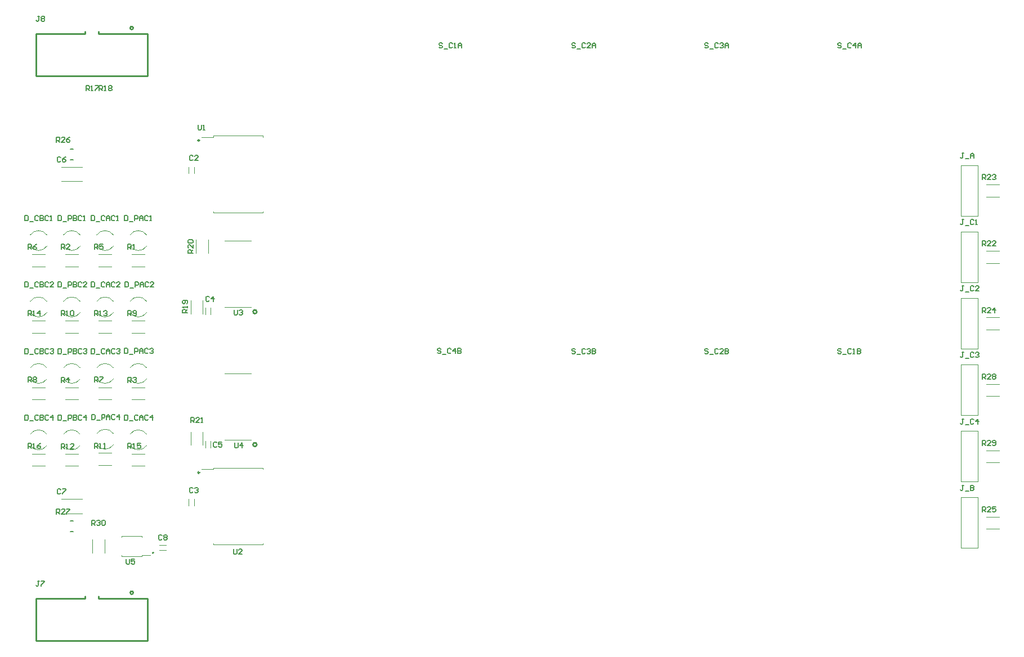
<source format=gto>
G04 Layer_Color=65535*
%FSAX24Y24*%
%MOIN*%
G70*
G01*
G75*
%ADD20C,0.0100*%
%ADD29C,0.0079*%
%ADD30C,0.0098*%
%ADD31C,0.0047*%
%ADD32C,0.0047*%
%ADD33C,0.0039*%
%ADD34C,0.0060*%
D20*
X024734Y023341D02*
G03*
X024734Y023341I-000112J000000D01*
G01*
Y031215D02*
G03*
X024734Y031215I-000112J000000D01*
G01*
X017411Y048032D02*
G03*
X017411Y048032I-000088J000000D01*
G01*
Y014567D02*
G03*
X017411Y014567I-000088J000000D01*
G01*
X011654Y047677D02*
X011693D01*
X011654Y045197D02*
Y047677D01*
Y045197D02*
X018268D01*
Y047677D01*
X015354D02*
X018268D01*
X011693D02*
X014094D01*
X014567D01*
Y047835D01*
X015354Y047677D02*
Y047835D01*
X011654Y014213D02*
X011693D01*
X011654Y011732D02*
Y014213D01*
Y011732D02*
X018268D01*
Y014213D01*
X015354D02*
X018268D01*
X011693D02*
X014094D01*
X014567D01*
Y014370D01*
X015354Y014213D02*
Y014370D01*
D29*
X018624Y016929D02*
G03*
X018624Y016929I-000039J000000D01*
G01*
X013701Y018819D02*
X013858D01*
X013701Y018189D02*
X013858D01*
X013701Y040866D02*
X013858D01*
X013701Y040236D02*
X013858D01*
D30*
X021339Y021685D02*
G03*
X021339Y021685I-000049J000000D01*
G01*
Y041370D02*
G03*
X021339Y041370I-000049J000000D01*
G01*
D31*
X013289Y023291D02*
G03*
X014270Y023291I000491J000331D01*
G01*
Y023953D02*
G03*
X013289Y023953I-000491J-000331D01*
G01*
Y027228D02*
G03*
X014270Y027228I000491J000331D01*
G01*
Y027890D02*
G03*
X013289Y027890I-000491J-000331D01*
G01*
Y031165D02*
G03*
X014270Y031165I000491J000331D01*
G01*
Y031827D02*
G03*
X013289Y031827I-000491J-000331D01*
G01*
Y035102D02*
G03*
X014270Y035102I000491J000331D01*
G01*
Y035764D02*
G03*
X013289Y035764I-000491J-000331D01*
G01*
X015257Y023330D02*
G03*
X016239Y023330I000491J000331D01*
G01*
Y023992D02*
G03*
X015257Y023992I-000491J-000331D01*
G01*
X017226Y027228D02*
G03*
X018207Y027228I000491J000331D01*
G01*
Y027890D02*
G03*
X017226Y027890I-000491J-000331D01*
G01*
Y035102D02*
G03*
X018207Y035102I000491J000331D01*
G01*
Y035764D02*
G03*
X017226Y035764I-000491J-000331D01*
G01*
X011320Y023291D02*
G03*
X012302Y023291I000491J000331D01*
G01*
Y023953D02*
G03*
X011320Y023953I-000491J-000331D01*
G01*
Y027228D02*
G03*
X012302Y027228I000491J000331D01*
G01*
Y027890D02*
G03*
X011320Y027890I-000491J-000331D01*
G01*
Y031165D02*
G03*
X012302Y031165I000491J000331D01*
G01*
Y031827D02*
G03*
X011320Y031827I-000491J-000331D01*
G01*
Y035102D02*
G03*
X012302Y035102I000491J000331D01*
G01*
Y035764D02*
G03*
X011320Y035764I-000491J-000331D01*
G01*
X017226Y023291D02*
G03*
X018207Y023291I000491J000331D01*
G01*
Y023953D02*
G03*
X017226Y023953I-000491J-000331D01*
G01*
X015257Y027228D02*
G03*
X016239Y027228I000491J000331D01*
G01*
Y027890D02*
G03*
X015257Y027890I-000491J-000331D01*
G01*
Y035102D02*
G03*
X016239Y035102I000491J000331D01*
G01*
Y035764D02*
G03*
X015257Y035764I-000491J-000331D01*
G01*
Y031165D02*
G03*
X016239Y031165I000491J000331D01*
G01*
Y031827D02*
G03*
X015257Y031827I-000491J-000331D01*
G01*
X017226Y031165D02*
G03*
X018207Y031165I000491J000331D01*
G01*
Y031827D02*
G03*
X017226Y031827I-000491J-000331D01*
G01*
X067429Y021154D02*
Y024154D01*
X066429D02*
X067429D01*
X066429Y021154D02*
Y024154D01*
Y021154D02*
X067429D01*
Y025091D02*
Y028091D01*
X066429D02*
X067429D01*
X066429Y025091D02*
Y028091D01*
Y025091D02*
X067429D01*
Y029028D02*
Y032028D01*
X066429D02*
X067429D01*
X066429Y029028D02*
Y032028D01*
Y029028D02*
X067429D01*
Y032965D02*
Y035965D01*
X066429D02*
X067429D01*
X066429Y032965D02*
Y035965D01*
Y032965D02*
X067429D01*
Y017217D02*
Y020217D01*
X066429D02*
X067429D01*
X066429Y017217D02*
Y020217D01*
Y017217D02*
X067429D01*
Y036902D02*
Y039902D01*
X066429D02*
X067429D01*
X066429Y036902D02*
Y039902D01*
Y036902D02*
X067429D01*
D32*
X017925Y016803D02*
X018435D01*
X017925Y016720D02*
Y016803D01*
X016720Y016720D02*
X017925D01*
X016720D02*
Y016803D01*
X017925Y017843D02*
Y017925D01*
X016720D02*
X017925D01*
X016720Y017843D02*
Y017925D01*
X022835Y027559D02*
X024409D01*
X022835Y023622D02*
X024409D01*
X022835Y035433D02*
X024409D01*
X022835Y031496D02*
X024409D01*
X022146Y017409D02*
Y017484D01*
Y017409D02*
X025098D01*
Y017484D01*
X022146Y021886D02*
Y021961D01*
X025098D01*
Y021886D02*
Y021961D01*
X021459Y021886D02*
X022146D01*
X021541Y031102D02*
Y031890D01*
X020821Y031102D02*
Y031890D01*
X021136Y034685D02*
Y035472D01*
X021856Y034685D02*
Y035472D01*
X022146Y037094D02*
Y037169D01*
Y037094D02*
X025098D01*
Y037169D01*
X022146Y041571D02*
Y041646D01*
X025098D01*
Y041571D02*
Y041646D01*
X021459Y041571D02*
X022146D01*
X015715Y016929D02*
Y017717D01*
X014994Y016929D02*
Y017717D01*
X067913Y022278D02*
X068701D01*
X067913Y022998D02*
X068701D01*
X067913Y026215D02*
X068701D01*
X067913Y026935D02*
X068701D01*
X067913Y018341D02*
X068701D01*
X067913Y019061D02*
X068701D01*
X067913Y030152D02*
X068701D01*
X067913Y030872D02*
X068701D01*
X067913Y038026D02*
X068701D01*
X067913Y038746D02*
X068701D01*
X067913Y034089D02*
X068701D01*
X067913Y034809D02*
X068701D01*
X021541Y023307D02*
Y024094D01*
X020821Y023307D02*
Y024094D01*
X011417Y022081D02*
X012205D01*
X011417Y022801D02*
X012205D01*
X017323Y022081D02*
X018110D01*
X017323Y022801D02*
X018110D01*
X011417Y029955D02*
X012205D01*
X011417Y030675D02*
X012205D01*
X015354Y029955D02*
X016142D01*
X015354Y030675D02*
X016142D01*
X013386Y022081D02*
X014173D01*
X013386Y022801D02*
X014173D01*
X015354Y022120D02*
X016142D01*
X015354Y022841D02*
X016142D01*
X013386Y029955D02*
X014173D01*
X013386Y030675D02*
X014173D01*
X017323Y029955D02*
X018110D01*
X017323Y030675D02*
X018110D01*
X011417Y026018D02*
X012205D01*
X011417Y026738D02*
X012205D01*
X015354Y026018D02*
X016142D01*
X015354Y026738D02*
X016142D01*
X011417Y033892D02*
X012205D01*
X011417Y034612D02*
X012205D01*
X015354Y033892D02*
X016142D01*
X015354Y034612D02*
X016142D01*
X013386Y026018D02*
X014173D01*
X013386Y026738D02*
X014173D01*
X017323Y026018D02*
X018110D01*
X017323Y026738D02*
X018110D01*
X013386Y033892D02*
X014173D01*
X013386Y034612D02*
X014173D01*
X017323Y033892D02*
X018110D01*
X017323Y034612D02*
X018110D01*
X013150Y019256D02*
X014409D01*
X013150Y020114D02*
X014409D01*
X013150Y038941D02*
X014409D01*
X013150Y039799D02*
X014409D01*
D33*
X021693Y023150D02*
Y023543D01*
X022008Y023150D02*
Y023543D01*
X018976Y017087D02*
X019370D01*
X018976Y017402D02*
X019370D01*
X021693Y031063D02*
Y031457D01*
X022008Y031063D02*
Y031457D01*
X021024Y019724D02*
Y020118D01*
X020709Y019724D02*
Y020118D01*
X021024Y039409D02*
Y039803D01*
X020709Y039409D02*
Y039803D01*
D34*
X017008Y016560D02*
Y016310D01*
X017058Y016260D01*
X017158D01*
X017208Y016310D01*
Y016560D01*
X017508D02*
X017308D01*
Y016410D01*
X017408Y016460D01*
X017458D01*
X017508Y016410D01*
Y016310D01*
X017458Y016260D01*
X017358D01*
X017308Y016310D01*
X022365Y023439D02*
X022315Y023489D01*
X022215D01*
X022165Y023439D01*
Y023239D01*
X022215Y023189D01*
X022315D01*
X022365Y023239D01*
X022665Y023489D02*
X022465D01*
Y023339D01*
X022565Y023389D01*
X022615D01*
X022665Y023339D01*
Y023239D01*
X022615Y023189D01*
X022515D01*
X022465Y023239D01*
X023425Y023450D02*
Y023200D01*
X023475Y023150D01*
X023575D01*
X023625Y023200D01*
Y023450D01*
X023875Y023150D02*
Y023450D01*
X023725Y023300D01*
X023925D01*
X023386Y031324D02*
Y031074D01*
X023436Y031024D01*
X023536D01*
X023586Y031074D01*
Y031324D01*
X023686Y031274D02*
X023736Y031324D01*
X023836D01*
X023886Y031274D01*
Y031224D01*
X023836Y031174D01*
X023786D01*
X023836D01*
X023886Y031124D01*
Y031074D01*
X023836Y031024D01*
X023736D01*
X023686Y031074D01*
X023346Y017150D02*
Y016900D01*
X023396Y016850D01*
X023496D01*
X023546Y016900D01*
Y017150D01*
X023846Y016850D02*
X023646D01*
X023846Y017050D01*
Y017100D01*
X023796Y017150D01*
X023696D01*
X023646Y017100D01*
X020630Y031142D02*
X020330D01*
Y031292D01*
X020380Y031342D01*
X020480D01*
X020530Y031292D01*
Y031142D01*
Y031242D02*
X020630Y031342D01*
Y031442D02*
Y031542D01*
Y031492D01*
X020330D01*
X020380Y031442D01*
X020580Y031692D02*
X020630Y031742D01*
Y031842D01*
X020580Y031891D01*
X020380D01*
X020330Y031842D01*
Y031742D01*
X020380Y031692D01*
X020430D01*
X020480Y031742D01*
Y031891D01*
X020945Y034685D02*
X020645D01*
Y034835D01*
X020695Y034885D01*
X020795D01*
X020845Y034835D01*
Y034685D01*
Y034785D02*
X020945Y034885D01*
Y035185D02*
Y034985D01*
X020745Y035185D01*
X020695D01*
X020645Y035135D01*
Y035035D01*
X020695Y034985D01*
Y035285D02*
X020645Y035335D01*
Y035435D01*
X020695Y035485D01*
X020895D01*
X020945Y035435D01*
Y035335D01*
X020895Y035285D01*
X020695D01*
X021251Y042294D02*
Y042044D01*
X021301Y041994D01*
X021401D01*
X021451Y042044D01*
Y042294D01*
X021551Y041994D02*
X021651D01*
X021601D01*
Y042294D01*
X021551Y042244D01*
X035633Y028990D02*
X035583Y029040D01*
X035483D01*
X035433Y028990D01*
Y028940D01*
X035483Y028890D01*
X035583D01*
X035633Y028840D01*
Y028790D01*
X035583Y028740D01*
X035483D01*
X035433Y028790D01*
X035733Y028690D02*
X035933D01*
X036233Y028990D02*
X036183Y029040D01*
X036083D01*
X036033Y028990D01*
Y028790D01*
X036083Y028740D01*
X036183D01*
X036233Y028790D01*
X036483Y028740D02*
Y029040D01*
X036333Y028890D01*
X036533D01*
X036633Y029040D02*
Y028740D01*
X036783D01*
X036833Y028790D01*
Y028840D01*
X036783Y028890D01*
X036633D01*
X036783D01*
X036833Y028940D01*
Y028990D01*
X036783Y029040D01*
X036633D01*
X059338Y047090D02*
X059288Y047140D01*
X059188D01*
X059138Y047090D01*
Y047040D01*
X059188Y046990D01*
X059288D01*
X059338Y046940D01*
Y046890D01*
X059288Y046840D01*
X059188D01*
X059138Y046890D01*
X059438Y046790D02*
X059638D01*
X059938Y047090D02*
X059888Y047140D01*
X059788D01*
X059738Y047090D01*
Y046890D01*
X059788Y046840D01*
X059888D01*
X059938Y046890D01*
X060188Y046840D02*
Y047140D01*
X060038Y046990D01*
X060238D01*
X060338Y046840D02*
Y047040D01*
X060438Y047140D01*
X060538Y047040D01*
Y046840D01*
Y046990D01*
X060338D01*
X043587Y028984D02*
X043537Y029034D01*
X043437D01*
X043387Y028984D01*
Y028934D01*
X043437Y028884D01*
X043537D01*
X043587Y028834D01*
Y028784D01*
X043537Y028734D01*
X043437D01*
X043387Y028784D01*
X043687Y028684D02*
X043887D01*
X044187Y028984D02*
X044137Y029034D01*
X044037D01*
X043987Y028984D01*
Y028784D01*
X044037Y028734D01*
X044137D01*
X044187Y028784D01*
X044287Y028984D02*
X044337Y029034D01*
X044437D01*
X044487Y028984D01*
Y028934D01*
X044437Y028884D01*
X044387D01*
X044437D01*
X044487Y028834D01*
Y028784D01*
X044437Y028734D01*
X044337D01*
X044287Y028784D01*
X044587Y029034D02*
Y028734D01*
X044737D01*
X044787Y028784D01*
Y028834D01*
X044737Y028884D01*
X044587D01*
X044737D01*
X044787Y028934D01*
Y028984D01*
X044737Y029034D01*
X044587D01*
X051458Y047090D02*
X051408Y047140D01*
X051308D01*
X051259Y047090D01*
Y047040D01*
X051308Y046990D01*
X051408D01*
X051458Y046940D01*
Y046890D01*
X051408Y046840D01*
X051308D01*
X051259Y046890D01*
X051558Y046790D02*
X051758D01*
X052058Y047090D02*
X052008Y047140D01*
X051908D01*
X051858Y047090D01*
Y046890D01*
X051908Y046840D01*
X052008D01*
X052058Y046890D01*
X052158Y047090D02*
X052208Y047140D01*
X052308D01*
X052358Y047090D01*
Y047040D01*
X052308Y046990D01*
X052258D01*
X052308D01*
X052358Y046940D01*
Y046890D01*
X052308Y046840D01*
X052208D01*
X052158Y046890D01*
X052458Y046840D02*
Y047040D01*
X052558Y047140D01*
X052658Y047040D01*
Y046840D01*
Y046990D01*
X052458D01*
X051458Y028984D02*
X051408Y029034D01*
X051308D01*
X051259Y028984D01*
Y028934D01*
X051308Y028884D01*
X051408D01*
X051458Y028834D01*
Y028784D01*
X051408Y028734D01*
X051308D01*
X051259Y028784D01*
X051558Y028684D02*
X051758D01*
X052058Y028984D02*
X052008Y029034D01*
X051908D01*
X051858Y028984D01*
Y028784D01*
X051908Y028734D01*
X052008D01*
X052058Y028784D01*
X052358Y028734D02*
X052158D01*
X052358Y028934D01*
Y028984D01*
X052308Y029034D01*
X052208D01*
X052158Y028984D01*
X052458Y029034D02*
Y028734D01*
X052608D01*
X052658Y028784D01*
Y028834D01*
X052608Y028884D01*
X052458D01*
X052608D01*
X052658Y028934D01*
Y028984D01*
X052608Y029034D01*
X052458D01*
X043590Y047093D02*
X043540Y047143D01*
X043440D01*
X043390Y047093D01*
Y047043D01*
X043440Y046993D01*
X043540D01*
X043590Y046943D01*
Y046893D01*
X043540Y046843D01*
X043440D01*
X043390Y046893D01*
X043690Y046793D02*
X043890D01*
X044190Y047093D02*
X044140Y047143D01*
X044040D01*
X043990Y047093D01*
Y046893D01*
X044040Y046843D01*
X044140D01*
X044190Y046893D01*
X044490Y046843D02*
X044290D01*
X044490Y047043D01*
Y047093D01*
X044440Y047143D01*
X044340D01*
X044290Y047093D01*
X044590Y046843D02*
Y047043D01*
X044690Y047143D01*
X044790Y047043D01*
Y046843D01*
Y046993D01*
X044590D01*
X059331Y028984D02*
X059281Y029034D01*
X059181D01*
X059131Y028984D01*
Y028934D01*
X059181Y028884D01*
X059281D01*
X059331Y028834D01*
Y028784D01*
X059281Y028734D01*
X059181D01*
X059131Y028784D01*
X059431Y028684D02*
X059631D01*
X059931Y028984D02*
X059881Y029034D01*
X059781D01*
X059731Y028984D01*
Y028784D01*
X059781Y028734D01*
X059881D01*
X059931Y028784D01*
X060031Y028734D02*
X060131D01*
X060081D01*
Y029034D01*
X060031Y028984D01*
X060281Y029034D02*
Y028734D01*
X060431D01*
X060481Y028784D01*
Y028834D01*
X060431Y028884D01*
X060281D01*
X060431D01*
X060481Y028934D01*
Y028984D01*
X060431Y029034D01*
X060281D01*
X035714Y047090D02*
X035664Y047140D01*
X035564D01*
X035514Y047090D01*
Y047040D01*
X035564Y046990D01*
X035664D01*
X035714Y046940D01*
Y046890D01*
X035664Y046840D01*
X035564D01*
X035514Y046890D01*
X035814Y046790D02*
X036014D01*
X036313Y047090D02*
X036263Y047140D01*
X036163D01*
X036114Y047090D01*
Y046890D01*
X036163Y046840D01*
X036263D01*
X036313Y046890D01*
X036413Y046840D02*
X036513D01*
X036463D01*
Y047140D01*
X036413Y047090D01*
X036663Y046840D02*
Y047040D01*
X036763Y047140D01*
X036863Y047040D01*
Y046840D01*
Y046990D01*
X036663D01*
X014949Y018561D02*
Y018861D01*
X015099D01*
X015148Y018811D01*
Y018711D01*
X015099Y018661D01*
X014949D01*
X015049D02*
X015148Y018561D01*
X015248Y018811D02*
X015298Y018861D01*
X015398D01*
X015448Y018811D01*
Y018761D01*
X015398Y018711D01*
X015348D01*
X015398D01*
X015448Y018661D01*
Y018611D01*
X015398Y018561D01*
X015298D01*
X015248Y018611D01*
X015548Y018811D02*
X015598Y018861D01*
X015698D01*
X015748Y018811D01*
Y018611D01*
X015698Y018561D01*
X015598D01*
X015548Y018611D01*
Y018811D01*
X067683Y023301D02*
Y023601D01*
X067832D01*
X067882Y023551D01*
Y023451D01*
X067832Y023401D01*
X067683D01*
X067782D02*
X067882Y023301D01*
X068182D02*
X067982D01*
X068182Y023501D01*
Y023551D01*
X068132Y023601D01*
X068032D01*
X067982Y023551D01*
X068282Y023351D02*
X068332Y023301D01*
X068432D01*
X068482Y023351D01*
Y023551D01*
X068432Y023601D01*
X068332D01*
X068282Y023551D01*
Y023501D01*
X068332Y023451D01*
X068482D01*
X067680Y027230D02*
Y027530D01*
X067830D01*
X067880Y027480D01*
Y027380D01*
X067830Y027330D01*
X067680D01*
X067780D02*
X067880Y027230D01*
X068180D02*
X067980D01*
X068180Y027430D01*
Y027480D01*
X068130Y027530D01*
X068030D01*
X067980Y027480D01*
X068280D02*
X068330Y027530D01*
X068430D01*
X068480Y027480D01*
Y027430D01*
X068430Y027380D01*
X068480Y027330D01*
Y027280D01*
X068430Y027230D01*
X068330D01*
X068280Y027280D01*
Y027330D01*
X068330Y027380D01*
X068280Y027430D01*
Y027480D01*
X068330Y027380D02*
X068430D01*
X012870Y019230D02*
Y019530D01*
X013020D01*
X013070Y019480D01*
Y019380D01*
X013020Y019330D01*
X012870D01*
X012970D02*
X013070Y019230D01*
X013370D02*
X013170D01*
X013370Y019430D01*
Y019480D01*
X013320Y019530D01*
X013220D01*
X013170Y019480D01*
X013470Y019530D02*
X013670D01*
Y019480D01*
X013470Y019280D01*
Y019230D01*
X012870Y041271D02*
Y041571D01*
X013020D01*
X013070Y041521D01*
Y041421D01*
X013020Y041371D01*
X012870D01*
X012970D02*
X013070Y041271D01*
X013370D02*
X013170D01*
X013370Y041471D01*
Y041521D01*
X013320Y041571D01*
X013220D01*
X013170Y041521D01*
X013670Y041571D02*
X013570Y041521D01*
X013470Y041421D01*
Y041321D01*
X013520Y041271D01*
X013620D01*
X013670Y041321D01*
Y041371D01*
X013620Y041421D01*
X013470D01*
X067680Y019362D02*
Y019662D01*
X067830D01*
X067880Y019612D01*
Y019512D01*
X067830Y019462D01*
X067680D01*
X067780D02*
X067880Y019362D01*
X068180D02*
X067980D01*
X068180Y019562D01*
Y019612D01*
X068130Y019662D01*
X068030D01*
X067980Y019612D01*
X068480Y019662D02*
X068280D01*
Y019512D01*
X068380Y019562D01*
X068430D01*
X068480Y019512D01*
Y019412D01*
X068430Y019362D01*
X068330D01*
X068280Y019412D01*
X067683Y031170D02*
Y031470D01*
X067833D01*
X067883Y031420D01*
Y031320D01*
X067833Y031270D01*
X067683D01*
X067783D02*
X067883Y031170D01*
X068183D02*
X067983D01*
X068183Y031370D01*
Y031420D01*
X068133Y031470D01*
X068033D01*
X067983Y031420D01*
X068433Y031170D02*
Y031470D01*
X068283Y031320D01*
X068483D01*
X067686Y039050D02*
Y039350D01*
X067836D01*
X067886Y039300D01*
Y039200D01*
X067836Y039150D01*
X067686D01*
X067786D02*
X067886Y039050D01*
X068186D02*
X067986D01*
X068186Y039250D01*
Y039300D01*
X068136Y039350D01*
X068036D01*
X067986Y039300D01*
X068286D02*
X068336Y039350D01*
X068436D01*
X068486Y039300D01*
Y039250D01*
X068436Y039200D01*
X068386D01*
X068436D01*
X068486Y039150D01*
Y039100D01*
X068436Y039050D01*
X068336D01*
X068286Y039100D01*
X067683Y035110D02*
Y035410D01*
X067833D01*
X067883Y035360D01*
Y035260D01*
X067833Y035210D01*
X067683D01*
X067783D02*
X067883Y035110D01*
X068183D02*
X067983D01*
X068183Y035310D01*
Y035360D01*
X068133Y035410D01*
X068033D01*
X067983Y035360D01*
X068483Y035110D02*
X068283D01*
X068483Y035310D01*
Y035360D01*
X068433Y035410D01*
X068333D01*
X068283Y035360D01*
X020842Y024645D02*
Y024945D01*
X020992D01*
X021042Y024895D01*
Y024795D01*
X020992Y024745D01*
X020842D01*
X020942D02*
X021042Y024645D01*
X021342D02*
X021142D01*
X021342Y024845D01*
Y024895D01*
X021292Y024945D01*
X021192D01*
X021142Y024895D01*
X021442Y024645D02*
X021542D01*
X021492D01*
Y024945D01*
X021442Y024895D01*
X015400Y044310D02*
Y044610D01*
X015550D01*
X015600Y044560D01*
Y044460D01*
X015550Y044410D01*
X015400D01*
X015500D02*
X015600Y044310D01*
X015700D02*
X015800D01*
X015750D01*
Y044610D01*
X015700Y044560D01*
X015950D02*
X016000Y044610D01*
X016100D01*
X016150Y044560D01*
Y044510D01*
X016100Y044460D01*
X016150Y044410D01*
Y044360D01*
X016100Y044310D01*
X016000D01*
X015950Y044360D01*
Y044410D01*
X016000Y044460D01*
X015950Y044510D01*
Y044560D01*
X016000Y044460D02*
X016100D01*
X014618Y044310D02*
Y044610D01*
X014768D01*
X014818Y044560D01*
Y044460D01*
X014768Y044410D01*
X014618D01*
X014718D02*
X014818Y044310D01*
X014918D02*
X015018D01*
X014968D01*
Y044610D01*
X014918Y044560D01*
X015168Y044610D02*
X015368D01*
Y044560D01*
X015168Y044360D01*
Y044310D01*
X011190Y023105D02*
Y023405D01*
X011340D01*
X011390Y023355D01*
Y023255D01*
X011340Y023205D01*
X011190D01*
X011290D02*
X011390Y023105D01*
X011490D02*
X011590D01*
X011540D01*
Y023405D01*
X011490Y023355D01*
X011940Y023405D02*
X011840Y023355D01*
X011740Y023255D01*
Y023155D01*
X011790Y023105D01*
X011890D01*
X011940Y023155D01*
Y023205D01*
X011890Y023255D01*
X011740D01*
X017098Y023105D02*
Y023405D01*
X017248D01*
X017298Y023355D01*
Y023255D01*
X017248Y023205D01*
X017098D01*
X017198D02*
X017298Y023105D01*
X017398D02*
X017498D01*
X017448D01*
Y023405D01*
X017398Y023355D01*
X017848Y023405D02*
X017648D01*
Y023255D01*
X017748Y023305D01*
X017798D01*
X017848Y023255D01*
Y023155D01*
X017798Y023105D01*
X017698D01*
X017648Y023155D01*
X011191Y030979D02*
Y031279D01*
X011341D01*
X011391Y031229D01*
Y031129D01*
X011341Y031079D01*
X011191D01*
X011291D02*
X011391Y030979D01*
X011491D02*
X011591D01*
X011541D01*
Y031279D01*
X011491Y031229D01*
X011891Y030979D02*
Y031279D01*
X011741Y031129D01*
X011941D01*
X015120Y030979D02*
Y031279D01*
X015270D01*
X015320Y031229D01*
Y031129D01*
X015270Y031079D01*
X015120D01*
X015220D02*
X015320Y030979D01*
X015420D02*
X015520D01*
X015470D01*
Y031279D01*
X015420Y031229D01*
X015670D02*
X015720Y031279D01*
X015820D01*
X015870Y031229D01*
Y031179D01*
X015820Y031129D01*
X015770D01*
X015820D01*
X015870Y031079D01*
Y031029D01*
X015820Y030979D01*
X015720D01*
X015670Y031029D01*
X013160Y023104D02*
Y023404D01*
X013310D01*
X013360Y023354D01*
Y023254D01*
X013310Y023204D01*
X013160D01*
X013260D02*
X013360Y023104D01*
X013460D02*
X013560D01*
X013510D01*
Y023404D01*
X013460Y023354D01*
X013910Y023104D02*
X013710D01*
X013910Y023304D01*
Y023354D01*
X013860Y023404D01*
X013760D01*
X013710Y023354D01*
X015122Y023138D02*
Y023438D01*
X015272D01*
X015322Y023388D01*
Y023288D01*
X015272Y023238D01*
X015122D01*
X015222D02*
X015322Y023138D01*
X015422D02*
X015522D01*
X015472D01*
Y023438D01*
X015422Y023388D01*
X015672Y023138D02*
X015772D01*
X015722D01*
Y023438D01*
X015672Y023388D01*
X013156Y030977D02*
Y031277D01*
X013306D01*
X013356Y031227D01*
Y031127D01*
X013306Y031077D01*
X013156D01*
X013256D02*
X013356Y030977D01*
X013456D02*
X013556D01*
X013506D01*
Y031277D01*
X013456Y031227D01*
X013706D02*
X013756Y031277D01*
X013856D01*
X013906Y031227D01*
Y031027D01*
X013856Y030977D01*
X013756D01*
X013706Y031027D01*
Y031227D01*
X017095Y030979D02*
Y031279D01*
X017245D01*
X017295Y031229D01*
Y031129D01*
X017245Y031079D01*
X017095D01*
X017195D02*
X017295Y030979D01*
X017395Y031029D02*
X017445Y030979D01*
X017545D01*
X017595Y031029D01*
Y031229D01*
X017545Y031279D01*
X017445D01*
X017395Y031229D01*
Y031179D01*
X017445Y031129D01*
X017595D01*
X011190Y027040D02*
Y027340D01*
X011340D01*
X011390Y027290D01*
Y027190D01*
X011340Y027140D01*
X011190D01*
X011290D02*
X011390Y027040D01*
X011490Y027290D02*
X011540Y027340D01*
X011640D01*
X011690Y027290D01*
Y027240D01*
X011640Y027190D01*
X011690Y027140D01*
Y027090D01*
X011640Y027040D01*
X011540D01*
X011490Y027090D01*
Y027140D01*
X011540Y027190D01*
X011490Y027240D01*
Y027290D01*
X011540Y027190D02*
X011640D01*
X015120Y027040D02*
Y027340D01*
X015270D01*
X015320Y027290D01*
Y027190D01*
X015270Y027140D01*
X015120D01*
X015220D02*
X015320Y027040D01*
X015420Y027340D02*
X015620D01*
Y027290D01*
X015420Y027090D01*
Y027040D01*
X011190Y034907D02*
Y035207D01*
X011340D01*
X011390Y035157D01*
Y035057D01*
X011340Y035007D01*
X011190D01*
X011290D02*
X011390Y034907D01*
X011690Y035207D02*
X011590Y035157D01*
X011490Y035057D01*
Y034957D01*
X011540Y034907D01*
X011640D01*
X011690Y034957D01*
Y035007D01*
X011640Y035057D01*
X011490D01*
X015120Y034914D02*
Y035214D01*
X015270D01*
X015320Y035164D01*
Y035064D01*
X015270Y035014D01*
X015120D01*
X015220D02*
X015320Y034914D01*
X015620Y035214D02*
X015420D01*
Y035064D01*
X015520Y035114D01*
X015570D01*
X015620Y035064D01*
Y034964D01*
X015570Y034914D01*
X015470D01*
X015420Y034964D01*
X013154Y027035D02*
Y027335D01*
X013304D01*
X013354Y027285D01*
Y027185D01*
X013304Y027135D01*
X013154D01*
X013254D02*
X013354Y027035D01*
X013604D02*
Y027335D01*
X013454Y027185D01*
X013654D01*
X017094Y027034D02*
Y027334D01*
X017244D01*
X017294Y027284D01*
Y027184D01*
X017244Y027134D01*
X017094D01*
X017194D02*
X017294Y027034D01*
X017394Y027284D02*
X017444Y027334D01*
X017544D01*
X017594Y027284D01*
Y027234D01*
X017544Y027184D01*
X017494D01*
X017544D01*
X017594Y027134D01*
Y027084D01*
X017544Y027034D01*
X017444D01*
X017394Y027084D01*
X013154Y034910D02*
Y035210D01*
X013304D01*
X013354Y035160D01*
Y035060D01*
X013304Y035010D01*
X013154D01*
X013254D02*
X013354Y034910D01*
X013654D02*
X013454D01*
X013654Y035110D01*
Y035160D01*
X013604Y035210D01*
X013504D01*
X013454Y035160D01*
X017096Y034912D02*
Y035212D01*
X017246D01*
X017296Y035162D01*
Y035062D01*
X017246Y035012D01*
X017096D01*
X017196D02*
X017296Y034912D01*
X017395D02*
X017495D01*
X017445D01*
Y035212D01*
X017395Y035162D01*
X066577Y024869D02*
X066477D01*
X066527D01*
Y024619D01*
X066477Y024569D01*
X066427D01*
X066377Y024619D01*
X066677Y024519D02*
X066877D01*
X067177Y024819D02*
X067127Y024869D01*
X067027D01*
X066977Y024819D01*
Y024619D01*
X067027Y024569D01*
X067127D01*
X067177Y024619D01*
X067427Y024569D02*
Y024869D01*
X067277Y024719D01*
X067477D01*
X066577Y028815D02*
X066477D01*
X066527D01*
Y028565D01*
X066477Y028515D01*
X066427D01*
X066377Y028565D01*
X066677Y028465D02*
X066877D01*
X067177Y028765D02*
X067127Y028815D01*
X067027D01*
X066977Y028765D01*
Y028565D01*
X067027Y028515D01*
X067127D01*
X067177Y028565D01*
X067277Y028765D02*
X067327Y028815D01*
X067427D01*
X067477Y028765D01*
Y028715D01*
X067427Y028665D01*
X067377D01*
X067427D01*
X067477Y028615D01*
Y028565D01*
X067427Y028515D01*
X067327D01*
X067277Y028565D01*
X066580Y032751D02*
X066480D01*
X066530D01*
Y032501D01*
X066480Y032452D01*
X066430D01*
X066380Y032501D01*
X066680Y032402D02*
X066880D01*
X067180Y032701D02*
X067130Y032751D01*
X067030D01*
X066980Y032701D01*
Y032501D01*
X067030Y032452D01*
X067130D01*
X067180Y032501D01*
X067480Y032452D02*
X067280D01*
X067480Y032651D01*
Y032701D01*
X067430Y032751D01*
X067330D01*
X067280Y032701D01*
X066584Y036685D02*
X066484D01*
X066534D01*
Y036435D01*
X066484Y036385D01*
X066434D01*
X066384Y036435D01*
X066684Y036335D02*
X066884D01*
X067183Y036635D02*
X067133Y036685D01*
X067033D01*
X066984Y036635D01*
Y036435D01*
X067033Y036385D01*
X067133D01*
X067183Y036435D01*
X067283Y036385D02*
X067383D01*
X067333D01*
Y036685D01*
X067283Y036635D01*
X066577Y020935D02*
X066477D01*
X066527D01*
Y020685D01*
X066477Y020635D01*
X066427D01*
X066377Y020685D01*
X066677Y020585D02*
X066877D01*
X066977Y020935D02*
Y020635D01*
X067127D01*
X067177Y020685D01*
Y020735D01*
X067127Y020785D01*
X066977D01*
X067127D01*
X067177Y020835D01*
Y020885D01*
X067127Y020935D01*
X066977D01*
X066580Y040621D02*
X066480D01*
X066530D01*
Y040371D01*
X066480Y040321D01*
X066430D01*
X066380Y040371D01*
X066680Y040272D02*
X066880D01*
X066980Y040321D02*
Y040521D01*
X067080Y040621D01*
X067180Y040521D01*
Y040321D01*
Y040471D01*
X066980D01*
X011861Y048733D02*
X011761D01*
X011811D01*
Y048483D01*
X011761Y048433D01*
X011711D01*
X011661Y048483D01*
X011961Y048683D02*
X012011Y048733D01*
X012111D01*
X012161Y048683D01*
Y048633D01*
X012111Y048583D01*
X012161Y048533D01*
Y048483D01*
X012111Y048433D01*
X012011D01*
X011961Y048483D01*
Y048533D01*
X012011Y048583D01*
X011961Y048633D01*
Y048683D01*
X012011Y048583D02*
X012111D01*
X011860Y015260D02*
X011760D01*
X011810D01*
Y015010D01*
X011760Y014960D01*
X011710D01*
X011660Y015010D01*
X011960Y015260D02*
X012160D01*
Y015210D01*
X011960Y015010D01*
Y014960D01*
X012975Y025096D02*
Y024796D01*
X013125D01*
X013175Y024846D01*
Y025046D01*
X013125Y025096D01*
X012975D01*
X013275Y024746D02*
X013475D01*
X013575Y024796D02*
Y025096D01*
X013725D01*
X013775Y025046D01*
Y024946D01*
X013725Y024896D01*
X013575D01*
X013875Y025096D02*
Y024796D01*
X014025D01*
X014075Y024846D01*
Y024896D01*
X014025Y024946D01*
X013875D01*
X014025D01*
X014075Y024996D01*
Y025046D01*
X014025Y025096D01*
X013875D01*
X014375Y025046D02*
X014325Y025096D01*
X014225D01*
X014175Y025046D01*
Y024846D01*
X014225Y024796D01*
X014325D01*
X014375Y024846D01*
X014625Y024796D02*
Y025096D01*
X014475Y024946D01*
X014675D01*
X012970Y029032D02*
Y028732D01*
X013120D01*
X013170Y028782D01*
Y028982D01*
X013120Y029032D01*
X012970D01*
X013270Y028682D02*
X013470D01*
X013570Y028732D02*
Y029032D01*
X013720D01*
X013770Y028982D01*
Y028882D01*
X013720Y028832D01*
X013570D01*
X013870Y029032D02*
Y028732D01*
X014019D01*
X014069Y028782D01*
Y028832D01*
X014019Y028882D01*
X013870D01*
X014019D01*
X014069Y028932D01*
Y028982D01*
X014019Y029032D01*
X013870D01*
X014369Y028982D02*
X014319Y029032D01*
X014219D01*
X014169Y028982D01*
Y028782D01*
X014219Y028732D01*
X014319D01*
X014369Y028782D01*
X014469Y028982D02*
X014519Y029032D01*
X014619D01*
X014669Y028982D01*
Y028932D01*
X014619Y028882D01*
X014569D01*
X014619D01*
X014669Y028832D01*
Y028782D01*
X014619Y028732D01*
X014519D01*
X014469Y028782D01*
X012975Y032974D02*
Y032674D01*
X013125D01*
X013175Y032724D01*
Y032924D01*
X013125Y032974D01*
X012975D01*
X013275Y032624D02*
X013475D01*
X013575Y032674D02*
Y032974D01*
X013725D01*
X013775Y032924D01*
Y032824D01*
X013725Y032774D01*
X013575D01*
X013875Y032974D02*
Y032674D01*
X014025D01*
X014075Y032724D01*
Y032774D01*
X014025Y032824D01*
X013875D01*
X014025D01*
X014075Y032874D01*
Y032924D01*
X014025Y032974D01*
X013875D01*
X014375Y032924D02*
X014325Y032974D01*
X014225D01*
X014175Y032924D01*
Y032724D01*
X014225Y032674D01*
X014325D01*
X014375Y032724D01*
X014675Y032674D02*
X014475D01*
X014675Y032874D01*
Y032924D01*
X014625Y032974D01*
X014525D01*
X014475Y032924D01*
X012970Y036907D02*
Y036607D01*
X013120D01*
X013170Y036657D01*
Y036857D01*
X013120Y036907D01*
X012970D01*
X013270Y036557D02*
X013470D01*
X013570Y036607D02*
Y036907D01*
X013720D01*
X013770Y036857D01*
Y036757D01*
X013720Y036707D01*
X013570D01*
X013870Y036907D02*
Y036607D01*
X014020D01*
X014070Y036657D01*
Y036707D01*
X014020Y036757D01*
X013870D01*
X014020D01*
X014070Y036807D01*
Y036857D01*
X014020Y036907D01*
X013870D01*
X014370Y036857D02*
X014320Y036907D01*
X014220D01*
X014170Y036857D01*
Y036657D01*
X014220Y036607D01*
X014320D01*
X014370Y036657D01*
X014470Y036607D02*
X014569D01*
X014519D01*
Y036907D01*
X014470Y036857D01*
X014944Y025133D02*
Y024833D01*
X015094D01*
X015144Y024883D01*
Y025083D01*
X015094Y025133D01*
X014944D01*
X015244Y024783D02*
X015444D01*
X015544Y024833D02*
Y025133D01*
X015693D01*
X015743Y025083D01*
Y024983D01*
X015693Y024933D01*
X015544D01*
X015843Y024833D02*
Y025033D01*
X015943Y025133D01*
X016043Y025033D01*
Y024833D01*
Y024983D01*
X015843D01*
X016343Y025083D02*
X016293Y025133D01*
X016193D01*
X016143Y025083D01*
Y024883D01*
X016193Y024833D01*
X016293D01*
X016343Y024883D01*
X016593Y024833D02*
Y025133D01*
X016443Y024983D01*
X016643D01*
X016907Y029039D02*
Y028739D01*
X017057D01*
X017107Y028789D01*
Y028989D01*
X017057Y029039D01*
X016907D01*
X017207Y028689D02*
X017407D01*
X017507Y028739D02*
Y029039D01*
X017657D01*
X017707Y028989D01*
Y028889D01*
X017657Y028839D01*
X017507D01*
X017807Y028739D02*
Y028939D01*
X017906Y029039D01*
X018006Y028939D01*
Y028739D01*
Y028889D01*
X017807D01*
X018306Y028989D02*
X018256Y029039D01*
X018156D01*
X018106Y028989D01*
Y028789D01*
X018156Y028739D01*
X018256D01*
X018306Y028789D01*
X018406Y028989D02*
X018456Y029039D01*
X018556D01*
X018606Y028989D01*
Y028939D01*
X018556Y028889D01*
X018506D01*
X018556D01*
X018606Y028839D01*
Y028789D01*
X018556Y028739D01*
X018456D01*
X018406Y028789D01*
X016910Y036907D02*
Y036607D01*
X017060D01*
X017110Y036657D01*
Y036857D01*
X017060Y036907D01*
X016910D01*
X017210Y036557D02*
X017410D01*
X017510Y036607D02*
Y036907D01*
X017660D01*
X017710Y036857D01*
Y036757D01*
X017660Y036707D01*
X017510D01*
X017810Y036607D02*
Y036807D01*
X017910Y036907D01*
X018010Y036807D01*
Y036607D01*
Y036757D01*
X017810D01*
X018310Y036857D02*
X018260Y036907D01*
X018160D01*
X018110Y036857D01*
Y036657D01*
X018160Y036607D01*
X018260D01*
X018310Y036657D01*
X018410Y036607D02*
X018509D01*
X018460D01*
Y036907D01*
X018410Y036857D01*
X011006Y025103D02*
Y024803D01*
X011156D01*
X011206Y024853D01*
Y025053D01*
X011156Y025103D01*
X011006D01*
X011306Y024753D02*
X011506D01*
X011806Y025053D02*
X011756Y025103D01*
X011656D01*
X011606Y025053D01*
Y024853D01*
X011656Y024803D01*
X011756D01*
X011806Y024853D01*
X011906Y025103D02*
Y024803D01*
X012056D01*
X012106Y024853D01*
Y024903D01*
X012056Y024953D01*
X011906D01*
X012056D01*
X012106Y025003D01*
Y025053D01*
X012056Y025103D01*
X011906D01*
X012406Y025053D02*
X012356Y025103D01*
X012256D01*
X012206Y025053D01*
Y024853D01*
X012256Y024803D01*
X012356D01*
X012406Y024853D01*
X012656Y024803D02*
Y025103D01*
X012506Y024953D01*
X012706D01*
X011001Y029031D02*
Y028731D01*
X011151D01*
X011201Y028781D01*
Y028981D01*
X011151Y029031D01*
X011001D01*
X011301Y028681D02*
X011501D01*
X011801Y028981D02*
X011751Y029031D01*
X011651D01*
X011601Y028981D01*
Y028781D01*
X011651Y028731D01*
X011751D01*
X011801Y028781D01*
X011901Y029031D02*
Y028731D01*
X012051D01*
X012101Y028781D01*
Y028831D01*
X012051Y028881D01*
X011901D01*
X012051D01*
X012101Y028931D01*
Y028981D01*
X012051Y029031D01*
X011901D01*
X012401Y028981D02*
X012351Y029031D01*
X012251D01*
X012201Y028981D01*
Y028781D01*
X012251Y028731D01*
X012351D01*
X012401Y028781D01*
X012501Y028981D02*
X012551Y029031D01*
X012651D01*
X012701Y028981D01*
Y028931D01*
X012651Y028881D01*
X012601D01*
X012651D01*
X012701Y028831D01*
Y028781D01*
X012651Y028731D01*
X012551D01*
X012501Y028781D01*
X011006Y032974D02*
Y032674D01*
X011156D01*
X011206Y032724D01*
Y032924D01*
X011156Y032974D01*
X011006D01*
X011306Y032624D02*
X011506D01*
X011806Y032924D02*
X011756Y032974D01*
X011656D01*
X011606Y032924D01*
Y032724D01*
X011656Y032674D01*
X011756D01*
X011806Y032724D01*
X011906Y032974D02*
Y032674D01*
X012056D01*
X012106Y032724D01*
Y032774D01*
X012056Y032824D01*
X011906D01*
X012056D01*
X012106Y032874D01*
Y032924D01*
X012056Y032974D01*
X011906D01*
X012406Y032924D02*
X012356Y032974D01*
X012256D01*
X012206Y032924D01*
Y032724D01*
X012256Y032674D01*
X012356D01*
X012406Y032724D01*
X012706Y032674D02*
X012506D01*
X012706Y032874D01*
Y032924D01*
X012656Y032974D01*
X012556D01*
X012506Y032924D01*
X011010Y036907D02*
Y036607D01*
X011160D01*
X011210Y036657D01*
Y036857D01*
X011160Y036907D01*
X011010D01*
X011310Y036557D02*
X011510D01*
X011810Y036857D02*
X011760Y036907D01*
X011660D01*
X011610Y036857D01*
Y036657D01*
X011660Y036607D01*
X011760D01*
X011810Y036657D01*
X011910Y036907D02*
Y036607D01*
X012060D01*
X012110Y036657D01*
Y036707D01*
X012060Y036757D01*
X011910D01*
X012060D01*
X012110Y036807D01*
Y036857D01*
X012060Y036907D01*
X011910D01*
X012410Y036857D02*
X012360Y036907D01*
X012260D01*
X012210Y036857D01*
Y036657D01*
X012260Y036607D01*
X012360D01*
X012410Y036657D01*
X012510Y036607D02*
X012609D01*
X012559D01*
Y036907D01*
X012510Y036857D01*
X016910Y025097D02*
Y024797D01*
X017060D01*
X017110Y024847D01*
Y025047D01*
X017060Y025097D01*
X016910D01*
X017210Y024747D02*
X017410D01*
X017710Y025047D02*
X017660Y025097D01*
X017560D01*
X017510Y025047D01*
Y024847D01*
X017560Y024797D01*
X017660D01*
X017710Y024847D01*
X017810Y024797D02*
Y024997D01*
X017910Y025097D01*
X018010Y024997D01*
Y024797D01*
Y024947D01*
X017810D01*
X018310Y025047D02*
X018260Y025097D01*
X018160D01*
X018110Y025047D01*
Y024847D01*
X018160Y024797D01*
X018260D01*
X018310Y024847D01*
X018559Y024797D02*
Y025097D01*
X018410Y024947D01*
X018609D01*
X014938Y029031D02*
Y028731D01*
X015088D01*
X015138Y028781D01*
Y028981D01*
X015088Y029031D01*
X014938D01*
X015238Y028681D02*
X015438D01*
X015738Y028981D02*
X015688Y029031D01*
X015588D01*
X015538Y028981D01*
Y028781D01*
X015588Y028731D01*
X015688D01*
X015738Y028781D01*
X015838Y028731D02*
Y028931D01*
X015938Y029031D01*
X016038Y028931D01*
Y028731D01*
Y028881D01*
X015838D01*
X016338Y028981D02*
X016288Y029031D01*
X016188D01*
X016138Y028981D01*
Y028781D01*
X016188Y028731D01*
X016288D01*
X016338Y028781D01*
X016438Y028981D02*
X016488Y029031D01*
X016588D01*
X016638Y028981D01*
Y028931D01*
X016588Y028881D01*
X016538D01*
X016588D01*
X016638Y028831D01*
Y028781D01*
X016588Y028731D01*
X016488D01*
X016438Y028781D01*
X014940Y036907D02*
Y036607D01*
X015090D01*
X015140Y036657D01*
Y036857D01*
X015090Y036907D01*
X014940D01*
X015240Y036557D02*
X015440D01*
X015740Y036857D02*
X015690Y036907D01*
X015590D01*
X015540Y036857D01*
Y036657D01*
X015590Y036607D01*
X015690D01*
X015740Y036657D01*
X015840Y036607D02*
Y036807D01*
X015940Y036907D01*
X016040Y036807D01*
Y036607D01*
Y036757D01*
X015840D01*
X016340Y036857D02*
X016290Y036907D01*
X016190D01*
X016140Y036857D01*
Y036657D01*
X016190Y036607D01*
X016290D01*
X016340Y036657D01*
X016440Y036607D02*
X016539D01*
X016489D01*
Y036907D01*
X016440Y036857D01*
X014943Y032973D02*
Y032673D01*
X015093D01*
X015143Y032723D01*
Y032923D01*
X015093Y032973D01*
X014943D01*
X015243Y032623D02*
X015443D01*
X015743Y032923D02*
X015693Y032973D01*
X015593D01*
X015543Y032923D01*
Y032723D01*
X015593Y032673D01*
X015693D01*
X015743Y032723D01*
X015843Y032673D02*
Y032873D01*
X015943Y032973D01*
X016043Y032873D01*
Y032673D01*
Y032823D01*
X015843D01*
X016343Y032923D02*
X016293Y032973D01*
X016193D01*
X016143Y032923D01*
Y032723D01*
X016193Y032673D01*
X016293D01*
X016343Y032723D01*
X016643Y032673D02*
X016443D01*
X016643Y032873D01*
Y032923D01*
X016593Y032973D01*
X016493D01*
X016443Y032923D01*
X016912Y032977D02*
Y032677D01*
X017062D01*
X017112Y032727D01*
Y032927D01*
X017062Y032977D01*
X016912D01*
X017212Y032627D02*
X017412D01*
X017512Y032677D02*
Y032977D01*
X017662D01*
X017712Y032927D01*
Y032827D01*
X017662Y032777D01*
X017512D01*
X017812Y032677D02*
Y032877D01*
X017912Y032977D01*
X018012Y032877D01*
Y032677D01*
Y032827D01*
X017812D01*
X018312Y032927D02*
X018262Y032977D01*
X018162D01*
X018112Y032927D01*
Y032727D01*
X018162Y032677D01*
X018262D01*
X018312Y032727D01*
X018612Y032677D02*
X018412D01*
X018612Y032877D01*
Y032927D01*
X018562Y032977D01*
X018462D01*
X018412Y032927D01*
X019119Y017939D02*
X019069Y017989D01*
X018969D01*
X018919Y017939D01*
Y017739D01*
X018969Y017689D01*
X019069D01*
X019119Y017739D01*
X019219Y017939D02*
X019269Y017989D01*
X019369D01*
X019419Y017939D01*
Y017889D01*
X019369Y017839D01*
X019419Y017789D01*
Y017739D01*
X019369Y017689D01*
X019269D01*
X019219Y017739D01*
Y017789D01*
X019269Y017839D01*
X019219Y017889D01*
Y017939D01*
X019269Y017839D02*
X019369D01*
X013120Y020660D02*
X013070Y020710D01*
X012970D01*
X012920Y020660D01*
Y020460D01*
X012970Y020410D01*
X013070D01*
X013120Y020460D01*
X013220Y020710D02*
X013420D01*
Y020660D01*
X013220Y020460D01*
Y020410D01*
X013122Y040350D02*
X013072Y040400D01*
X012972D01*
X012922Y040350D01*
Y040150D01*
X012972Y040100D01*
X013072D01*
X013122Y040150D01*
X013422Y040400D02*
X013322Y040350D01*
X013222Y040250D01*
Y040150D01*
X013272Y040100D01*
X013372D01*
X013422Y040150D01*
Y040200D01*
X013372Y040250D01*
X013222D01*
X021922Y032084D02*
X021872Y032134D01*
X021772D01*
X021722Y032084D01*
Y031884D01*
X021772Y031834D01*
X021872D01*
X021922Y031884D01*
X022172Y031834D02*
Y032134D01*
X022022Y031984D01*
X022222D01*
X020944Y020742D02*
X020894Y020792D01*
X020794D01*
X020744Y020742D01*
Y020543D01*
X020794Y020493D01*
X020894D01*
X020944Y020543D01*
X021044Y020742D02*
X021094Y020792D01*
X021194D01*
X021244Y020742D01*
Y020692D01*
X021194Y020642D01*
X021144D01*
X021194D01*
X021244Y020592D01*
Y020543D01*
X021194Y020493D01*
X021094D01*
X021044Y020543D01*
X020944Y040429D02*
X020894Y040479D01*
X020794D01*
X020744Y040429D01*
Y040229D01*
X020794Y040179D01*
X020894D01*
X020944Y040229D01*
X021244Y040179D02*
X021044D01*
X021244Y040379D01*
Y040429D01*
X021194Y040479D01*
X021094D01*
X021044Y040429D01*
M02*

</source>
